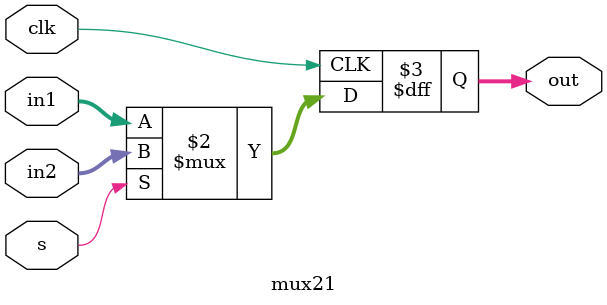
<source format=v>


module mux21(

//=======================================================
//INPUT/OUTPUT declaration 
//=======================================================

	input signed [18:0] in1, 
	input signed [18:0] in2, 
	input signed s,
	input clk,
	output reg signed [18:0] out

	);



//=======================================================
//  REG/WIRE declarations
//=======================================================
	always @(posedge clk)
	begin
		out = s ? (in2):(in1); // in1 = 1'b0, in2 = 1'b1
	end 

//=======================================================
//  Structural coding
//=======================================================



endmodule

</source>
